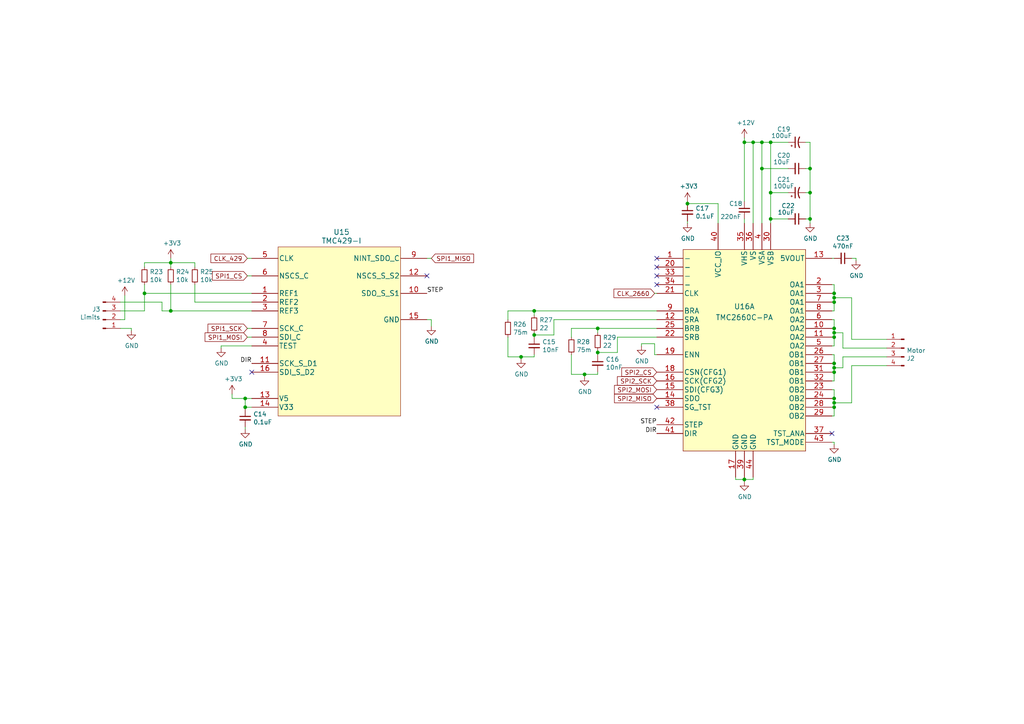
<source format=kicad_sch>
(kicad_sch (version 20211123) (generator eeschema)
  (paper "A4")
  (title_block (title "PoE Stepper Driver") (date "2022-02-22") (rev "1.0"))
  (lib_symbols
    (symbol "Connector:Conn_01x04_Male" (pin_names (offset 1.016) hide)
      (property "Reference" "J" (at 0 5.08 0))
      (property "Value" "Conn_01x04_Male" (at 0 -7.62 0))
      (symbol "Conn_01x04_Male_1_1"
        (polyline (pts (xy 1.27 -5.08) (xy 0.8636 -5.08)) (stroke (width 0.1524)))
        (polyline (pts (xy 1.27 -2.54) (xy 0.8636 -2.54)) (stroke (width 0.1524)))
        (polyline (pts (xy 1.27 0) (xy 0.8636 0)) (stroke (width 0.1524)))
        (polyline (pts (xy 1.27 2.54) (xy 0.8636 2.54)) (stroke (width 0.1524)))
        (rectangle (start 0.8636 -4.953) (end 0 -5.207) (stroke (width 0.1524)) (fill (type outline)))
        (rectangle (start 0.8636 -2.413) (end 0 -2.667) (stroke (width 0.1524)) (fill (type outline)))
        (rectangle (start 0.8636 0.127) (end 0 -0.127) (stroke (width 0.1524)) (fill (type outline)))
        (rectangle (start 0.8636 2.667) (end 0 2.413) (stroke (width 0.1524)) (fill (type outline)))
        (pin passive line (at 5.08 2.54 180) (length 3.81) (name "Pin_1") (number "1"))
        (pin passive line (at 5.08 0 180) (length 3.81) (name "Pin_2") (number "2"))
        (pin passive line (at 5.08 -2.54 180) (length 3.81) (name "Pin_3") (number "3"))
        (pin passive line (at 5.08 -5.08 180) (length 3.81) (name "Pin_4") (number "4"))
      )
    )
    (symbol "TMC2660_2:TMC2660C-PA" (pin_names (offset 0.254))
      (property "Reference" "U" (at 0 14.605 0))
      (property "Value" "TMC2660C-PA" (at 0 12.065 0))
      (symbol "TMC2660C-PA_1_1"
        (rectangle (start 7.62 6.985) (end 43.18 -51.435) (fill (type background)))
        (pin bidirectional line (at 0 4.445 0) (length 7.62) (name "-") (number "1"))
        (pin bidirectional line (at 50.8 -15.875 180) (length 7.62) (name "OA2") (number "10"))
        (pin bidirectional line (at 50.8 -18.415 180) (length 7.62) (name "OA2") (number "11"))
        (pin bidirectional line (at 0 -13.335 0) (length 7.62) (name "SRA") (number "12"))
        (pin output line (at 50.8 4.445 180) (length 7.62) (name "5VOUT") (number "13"))
        (pin bidirectional line (at 0 -36.195 0) (length 7.62) (name "SDO") (number "14"))
        (pin bidirectional line (at 0 -33.655 0) (length 7.62) (name "SDI(CFG3)") (number "15"))
        (pin bidirectional line (at 0 -31.115 0) (length 7.62) (name "SCK(CFG2)") (number "16"))
        (pin power_in line (at 22.86 -59.055 90) (length 7.62) (name "GND") (number "17"))
        (pin bidirectional line (at 0 -28.575 0) (length 7.62) (name "CSN(CFG1)") (number "18"))
        (pin bidirectional line (at 0 -23.495 0) (length 7.62) (name "ENN") (number "19"))
        (pin bidirectional line (at 50.8 -3.175 180) (length 7.62) (name "OA1") (number "2"))
        (pin bidirectional line (at 0 1.905 0) (length 7.62) (name "-") (number "20"))
        (pin bidirectional line (at 0 -5.715 0) (length 7.62) (name "CLK") (number "21"))
        (pin bidirectional line (at 0 -18.415 0) (length 7.62) (name "SRB") (number "22"))
        (pin bidirectional line (at 50.8 -33.655 180) (length 7.62) (name "OB2") (number "23"))
        (pin bidirectional line (at 50.8 -36.195 180) (length 7.62) (name "OB2") (number "24"))
        (pin bidirectional line (at 0 -15.875 0) (length 7.62) (name "BRB") (number "25"))
        (pin bidirectional line (at 50.8 -23.495 180) (length 7.62) (name "OB1") (number "26"))
        (pin bidirectional line (at 50.8 -26.035 180) (length 7.62) (name "OB1") (number "27"))
        (pin bidirectional line (at 50.8 -38.735 180) (length 7.62) (name "OB2") (number "28"))
        (pin bidirectional line (at 50.8 -41.275 180) (length 7.62) (name "OB2") (number "29"))
        (pin bidirectional line (at 50.8 -5.715 180) (length 7.62) (name "OA1") (number "3"))
        (pin power_in line (at 33.02 14.605 270) (length 7.62) (name "VSB") (number "30"))
        (pin bidirectional line (at 50.8 -28.575 180) (length 7.62) (name "OB1") (number "31"))
        (pin bidirectional line (at 50.8 -31.115 180) (length 7.62) (name "OB1") (number "32"))
        (pin bidirectional line (at 0 -0.635 0) (length 7.62) (name "-") (number "33"))
        (pin bidirectional line (at 0 -3.175 0) (length 7.62) (name "-") (number "34"))
        (pin power_in line (at 25.4 14.605 270) (length 7.62) (name "VHS") (number "35"))
        (pin power_in line (at 27.94 14.605 270) (length 7.62) (name "VS") (number "36"))
        (pin bidirectional line (at 50.8 -46.355 180) (length 7.62) (name "TST_ANA") (number "37"))
        (pin bidirectional line (at 0 -38.735 0) (length 7.62) (name "SG_TST") (number "38"))
        (pin power_in line (at 25.4 -59.055 90) (length 7.62) (name "GND") (number "39"))
        (pin power_in line (at 30.48 14.605 270) (length 7.62) (name "VSA") (number "4"))
        (pin power_in line (at 17.78 14.605 270) (length 7.62) (name "VCC_IO") (number "40"))
        (pin bidirectional line (at 0 -46.355 0) (length 7.62) (name "DIR") (number "41"))
        (pin bidirectional line (at 0 -43.815 0) (length 7.62) (name "STEP") (number "42"))
        (pin bidirectional line (at 50.8 -48.895 180) (length 7.62) (name "TST_MODE") (number "43"))
        (pin power_in line (at 27.94 -59.055 90) (length 7.62) (name "GND") (number "44"))
        (pin bidirectional line (at 50.8 -20.955 180) (length 7.62) (name "OA2") (number "5"))
        (pin bidirectional line (at 50.8 -13.335 180) (length 7.62) (name "OA2") (number "6"))
        (pin bidirectional line (at 50.8 -8.255 180) (length 7.62) (name "OA1") (number "7"))
        (pin bidirectional line (at 50.8 -10.795 180) (length 7.62) (name "OA1") (number "8"))
        (pin bidirectional line (at 0 -10.795 0) (length 7.62) (name "BRA") (number "9"))
      )
      (symbol "TMC2660C-PA_2_1"
        (polyline (pts (xy 7.62 -15.24) (xy 33.02 -15.24)) (stroke (width 0.127)))
        (polyline (pts (xy 7.62 5.08) (xy 7.62 -15.24)) (stroke (width 0.127)))
        (polyline (pts (xy 33.02 -15.24) (xy 33.02 5.08)) (stroke (width 0.127)))
        (polyline (pts (xy 33.02 5.08) (xy 7.62 5.08)) (stroke (width 0.127)))
        (pin power_in line (at 0 -5.08 0) (length 7.62) (name "GND") (number "17"))
        (pin power_in line (at 0 -7.62 0) (length 7.62) (name "GND") (number "39"))
        (pin power_in line (at 0 0 0) (length 7.62) (name "VCC_IO") (number "40"))
        (pin power_in line (at 0 -10.16 0) (length 7.62) (name "GND") (number "44"))
      )
    )
    (symbol "TMC429-I:TMC429-I" (pin_names (offset 0.254))
      (property "Reference" "U" (at 25.4 10.16 0))
      (property "Value" "TMC429-I" (at 25.4 7.62 0))
      (symbol "TMC429-I_1_1"
        (rectangle (start 7.62 3.302) (end 43.18 -45.72) (stroke (width 0.127)) (fill (type background)))
        (pin input line (at 0 -10.16 0) (length 7.62) (name "REF1") (number "1"))
        (pin output line (at 50.8 -10.16 180) (length 7.62) (name "SDO_S_S1") (number "10"))
        (pin output line (at 0 -30.48 0) (length 7.62) (name "SCK_S_D1") (number "11"))
        (pin output line (at 50.8 -5.08 180) (length 7.62) (name "NSCS_S_S2") (number "12"))
        (pin power_in line (at 0 -40.64 0) (length 7.62) (name "V5") (number "13"))
        (pin power_in line (at 0 -43.18 0) (length 7.62) (name "V33") (number "14"))
        (pin power_in line (at 50.8 -17.78 180) (length 7.62) (name "GND") (number "15"))
        (pin input line (at 0 -33.02 0) (length 7.62) (name "SDI_S_D2") (number "16"))
        (pin input line (at 0 -12.7 0) (length 7.62) (name "REF2") (number "2"))
        (pin input line (at 0 -15.24 0) (length 7.62) (name "REF3") (number "3"))
        (pin input line (at 0 -25.4 0) (length 7.62) (name "TEST") (number "4"))
        (pin input line (at 0 0 0) (length 7.62) (name "CLK") (number "5"))
        (pin input line (at 0 -5.08 0) (length 7.62) (name "NSCS_C") (number "6"))
        (pin input line (at 0 -20.32 0) (length 7.62) (name "SCK_C") (number "7"))
        (pin input line (at 0 -22.86 0) (length 7.62) (name "SDI_C") (number "8"))
        (pin output line (at 50.8 0 180) (length 7.62) (name "NINT_SDO_C") (number "9"))
      )
    )
    (symbol "device:CP1_Small" (pin_numbers hide) (pin_names (offset 0.254) hide)
      (property "Reference" "C" (at 0.254 1.778 0))
      (property "Value" "device_CP1_Small" (at 0.254 -2.032 0))
      (symbol "CP1_Small_0_1"
        (polyline (pts (xy -1.524 0.508) (xy 1.524 0.508)) (stroke (width 0.3048)))
        (polyline (pts (xy -1.27 1.524) (xy -0.762 1.524)))
        (polyline (pts (xy -1.016 1.27) (xy -1.016 1.778)))
        (arc (start 1.524 -0.762) (mid 0 -0.3734) (end -1.524 -0.762) (stroke (width 0.3048)))
      )
      (symbol "CP1_Small_1_1"
        (pin passive line (at 0 2.54 270) (length 2.032) (name "~") (number "1"))
        (pin passive line (at 0 -2.54 90) (length 2.032) (name "~") (number "2"))
      )
    )
    (symbol "device:C_Small" (pin_numbers hide) (pin_names (offset 0.254) hide)
      (property "Reference" "C" (at 0.254 1.778 0))
      (property "Value" "device_C_Small" (at 0.254 -2.032 0))
      (symbol "C_Small_0_1"
        (polyline (pts (xy -1.524 -0.508) (xy 1.524 -0.508)) (stroke (width 0.3302)))
        (polyline (pts (xy -1.524 0.508) (xy 1.524 0.508)) (stroke (width 0.3048)))
      )
      (symbol "C_Small_1_1"
        (pin passive line (at 0 2.54 270) (length 2.032) (name "~") (number "1"))
        (pin passive line (at 0 -2.54 90) (length 2.032) (name "~") (number "2"))
      )
    )
    (symbol "device:R_Small" (pin_numbers hide) (pin_names (offset 0.254) hide)
      (property "Reference" "R" (at 0.762 0.508 0))
      (property "Value" "device_R_Small" (at 0.762 -1.016 0))
      (symbol "R_Small_0_1"
        (rectangle (start -0.762 1.778) (end 0.762 -1.778) (stroke (width 0.2032)))
      )
      (symbol "R_Small_1_1"
        (pin passive line (at 0 2.54 270) (length 0.762) (name "~") (number "1"))
        (pin passive line (at 0 -2.54 90) (length 0.762) (name "~") (number "2"))
      )
    )
    (symbol "power:+12V" (power) (pin_names (offset 0))
      (property "Value" "+12V" (at 0 3.556 0))
      (symbol "+12V_0_1"
        (polyline (pts (xy -0.762 1.27) (xy 0 2.54)))
        (polyline (pts (xy 0 0) (xy 0 2.54)))
        (polyline (pts (xy 0 2.54) (xy 0.762 1.27)))
      )
      (symbol "+12V_1_1"
        (pin power_in line (at 0 0 90) (length 0) hide (name "+12V") (number "1"))
      )
    )
    (symbol "power:+3V3" (power) (pin_names (offset 0))
      (property "Value" "+3V3" (at 0 3.556 0))
      (symbol "+3V3_0_1"
        (polyline (pts (xy -0.762 1.27) (xy 0 2.54)))
        (polyline (pts (xy 0 0) (xy 0 2.54)))
        (polyline (pts (xy 0 2.54) (xy 0.762 1.27)))
      )
      (symbol "+3V3_1_1"
        (pin power_in line (at 0 0 90) (length 0) hide (name "+3V3") (number "1"))
      )
    )
    (symbol "power:GND" (power) (pin_names (offset 0))
      (property "Value" "GND" (at 0 -3.81 0))
      (symbol "GND_0_1"
        (polyline (pts (xy 0 0) (xy 0 -1.27) (xy 1.27 -1.27) (xy 0 -2.54) (xy -1.27 -1.27) (xy 0 -1.27)))
      )
      (symbol "GND_1_1"
        (pin power_in line (at 0 0 270) (length 0) hide (name "GND") (number "1"))
      )
    )
  )
  (junction (at 151.13 103.505))
  (junction (at 154.94 90.17))
  (junction (at 169.545 108.585))
  (junction (at 241.935 105.41))
  (junction (at 241.935 115.57))
  (junction (at 241.935 97.79))
  (junction (at 199.39 59.055))
  (junction (at 241.935 95.25))
  (junction (at 218.44 41.275))
  (junction (at 241.935 87.63))
  (junction (at 215.9 41.275))
  (junction (at 241.935 96.52))
  (junction (at 49.53 76.2))
  (junction (at 234.95 63.5))
  (junction (at 241.935 86.36))
  (junction (at 173.355 95.25))
  (junction (at 234.95 48.895))
  (junction (at 173.355 102.235))
  (junction (at 220.98 48.895))
  (junction (at 71.12 118.11))
  (junction (at 220.98 41.275))
  (junction (at 154.94 97.155))
  (junction (at 223.52 41.275))
  (junction (at 215.9 139.065))
  (junction (at 223.52 63.5))
  (junction (at 241.935 85.09))
  (junction (at 49.53 90.17))
  (junction (at 241.935 116.84))
  (junction (at 223.52 55.88))
  (junction (at 41.91 85.09))
  (junction (at 241.935 106.68))
  (junction (at 234.95 55.88))
  (junction (at 241.935 118.11))
  (junction (at 241.935 107.95))
  (junction (at 71.12 115.57))
  (no_connect (at 190.5 80.01))
  (no_connect (at 241.3 125.73))
  (no_connect (at 123.825 80.01))
  (no_connect (at 73.025 107.95))
  (no_connect (at 190.5 82.55))
  (no_connect (at 190.5 74.93))
  (no_connect (at 190.5 118.11))
  (no_connect (at 190.5 77.47))
  (wire (pts (xy 49.53 76.2) (xy 56.515 76.2)))
  (wire (pts (xy 208.28 64.77) (xy 208.28 59.055)))
  (wire (pts (xy 213.36 139.065) (xy 215.9 139.065)))
  (wire (pts (xy 34.925 95.25) (xy 38.1 95.25)))
  (wire (pts (xy 241.3 102.87) (xy 241.935 102.87)))
  (wire (pts (xy 165.735 97.79) (xy 165.735 95.25)))
  (wire (pts (xy 123.825 92.71) (xy 125.095 92.71)))
  (wire (pts (xy 241.935 96.52) (xy 244.475 96.52)))
  (wire (pts (xy 247.015 106.045) (xy 257.175 106.045)))
  (wire (pts (xy 154.94 97.155) (xy 154.94 97.79)))
  (wire (pts (xy 241.935 92.71) (xy 241.935 95.25)))
  (wire (pts (xy 71.755 74.93) (xy 73.025 74.93)))
  (wire (pts (xy 147.32 92.71) (xy 147.32 90.17)))
  (wire (pts (xy 234.95 55.88) (xy 234.95 63.5)))
  (wire (pts (xy 173.355 101.6) (xy 173.355 102.235)))
  (wire (pts (xy 154.94 97.155) (xy 160.655 97.155)))
  (wire (pts (xy 241.3 118.11) (xy 241.935 118.11)))
  (wire (pts (xy 241.3 107.95) (xy 241.935 107.95)))
  (wire (pts (xy 241.935 118.11) (xy 241.935 120.65)))
  (wire (pts (xy 215.9 63.5) (xy 215.9 64.77)))
  (wire (pts (xy 247.015 74.93) (xy 248.285 74.93)))
  (wire (pts (xy 247.015 116.84) (xy 247.015 106.045)))
  (wire (pts (xy 151.13 103.505) (xy 154.94 103.505)))
  (wire (pts (xy 233.68 48.895) (xy 234.95 48.895)))
  (wire (pts (xy 218.44 41.275) (xy 218.44 64.77)))
  (wire (pts (xy 71.755 80.01) (xy 73.025 80.01)))
  (wire (pts (xy 49.53 82.55) (xy 49.53 90.17)))
  (wire (pts (xy 241.935 116.84) (xy 241.935 118.11)))
  (wire (pts (xy 241.935 116.84) (xy 247.015 116.84)))
  (wire (pts (xy 241.3 105.41) (xy 241.935 105.41)))
  (wire (pts (xy 41.91 76.2) (xy 49.53 76.2)))
  (wire (pts (xy 233.68 41.275) (xy 234.95 41.275)))
  (wire (pts (xy 67.31 114.3) (xy 67.31 115.57)))
  (wire (pts (xy 71.755 97.79) (xy 73.025 97.79)))
  (wire (pts (xy 244.475 106.68) (xy 244.475 103.505)))
  (wire (pts (xy 241.3 128.27) (xy 241.935 128.27)))
  (wire (pts (xy 248.285 74.93) (xy 248.285 75.565)))
  (wire (pts (xy 218.44 41.275) (xy 220.98 41.275)))
  (wire (pts (xy 147.32 103.505) (xy 151.13 103.505)))
  (wire (pts (xy 241.935 113.03) (xy 241.935 115.57)))
  (wire (pts (xy 241.935 120.65) (xy 241.3 120.65)))
  (wire (pts (xy 71.12 123.825) (xy 71.12 124.46)))
  (wire (pts (xy 34.925 90.17) (xy 41.91 90.17)))
  (wire (pts (xy 73.025 100.33) (xy 64.135 100.33)))
  (wire (pts (xy 241.935 82.55) (xy 241.935 85.09)))
  (wire (pts (xy 165.735 102.87) (xy 165.735 108.585)))
  (wire (pts (xy 165.735 95.25) (xy 173.355 95.25)))
  (wire (pts (xy 173.355 95.25) (xy 173.355 96.52)))
  (wire (pts (xy 34.925 92.71) (xy 36.195 92.71)))
  (wire (pts (xy 241.935 110.49) (xy 241.3 110.49)))
  (wire (pts (xy 71.755 95.25) (xy 73.025 95.25)))
  (wire (pts (xy 199.39 58.42) (xy 199.39 59.055)))
  (wire (pts (xy 165.735 108.585) (xy 169.545 108.585)))
  (wire (pts (xy 213.36 138.43) (xy 213.36 139.065)))
  (wire (pts (xy 241.935 85.09) (xy 241.3 85.09)))
  (wire (pts (xy 241.935 106.68) (xy 244.475 106.68)))
  (wire (pts (xy 41.91 82.55) (xy 41.91 85.09)))
  (wire (pts (xy 241.3 92.71) (xy 241.935 92.71)))
  (wire (pts (xy 223.52 55.88) (xy 228.6 55.88)))
  (wire (pts (xy 154.94 96.52) (xy 154.94 97.155)))
  (wire (pts (xy 73.025 118.11) (xy 71.12 118.11)))
  (wire (pts (xy 189.865 85.09) (xy 190.5 85.09)))
  (wire (pts (xy 154.94 103.505) (xy 154.94 102.87)))
  (wire (pts (xy 38.1 95.25) (xy 38.1 95.885)))
  (wire (pts (xy 123.825 74.93) (xy 125.095 74.93)))
  (wire (pts (xy 36.195 92.71) (xy 36.195 85.725)))
  (wire (pts (xy 241.3 113.03) (xy 241.935 113.03)))
  (wire (pts (xy 223.52 63.5) (xy 223.52 64.77)))
  (wire (pts (xy 241.935 96.52) (xy 241.935 97.79)))
  (wire (pts (xy 241.3 82.55) (xy 241.935 82.55)))
  (wire (pts (xy 241.935 86.36) (xy 247.015 86.36)))
  (wire (pts (xy 34.925 87.63) (xy 46.99 87.63)))
  (wire (pts (xy 233.68 63.5) (xy 234.95 63.5)))
  (wire (pts (xy 241.3 90.17) (xy 241.935 90.17)))
  (wire (pts (xy 41.91 85.09) (xy 73.025 85.09)))
  (wire (pts (xy 71.12 118.11) (xy 71.12 118.745)))
  (wire (pts (xy 71.12 115.57) (xy 71.12 118.11)))
  (wire (pts (xy 49.53 77.47) (xy 49.53 76.2)))
  (wire (pts (xy 190.5 102.87) (xy 189.865 102.87)))
  (wire (pts (xy 46.99 87.63) (xy 46.99 90.17)))
  (wire (pts (xy 125.095 92.71) (xy 125.095 94.615)))
  (wire (pts (xy 56.515 87.63) (xy 73.025 87.63)))
  (wire (pts (xy 179.07 102.235) (xy 179.07 97.79)))
  (wire (pts (xy 49.53 90.17) (xy 73.025 90.17)))
  (wire (pts (xy 56.515 82.55) (xy 56.515 87.63)))
  (wire (pts (xy 223.52 55.88) (xy 223.52 41.275)))
  (wire (pts (xy 151.13 104.14) (xy 151.13 103.505)))
  (wire (pts (xy 241.935 95.25) (xy 241.935 96.52)))
  (wire (pts (xy 154.94 90.17) (xy 190.5 90.17)))
  (wire (pts (xy 241.3 95.25) (xy 241.935 95.25)))
  (wire (pts (xy 241.935 87.63) (xy 241.3 87.63)))
  (wire (pts (xy 215.9 139.065) (xy 215.9 139.7)))
  (wire (pts (xy 215.9 41.275) (xy 218.44 41.275)))
  (wire (pts (xy 169.545 109.22) (xy 169.545 108.585)))
  (wire (pts (xy 218.44 139.065) (xy 218.44 138.43)))
  (wire (pts (xy 241.935 102.87) (xy 241.935 105.41)))
  (wire (pts (xy 49.53 74.93) (xy 49.53 76.2)))
  (wire (pts (xy 173.355 95.25) (xy 190.5 95.25)))
  (wire (pts (xy 186.055 100.33) (xy 186.055 99.695)))
  (wire (pts (xy 215.9 139.065) (xy 218.44 139.065)))
  (wire (pts (xy 67.31 115.57) (xy 71.12 115.57)))
  (wire (pts (xy 247.015 98.425) (xy 257.175 98.425)))
  (wire (pts (xy 241.935 128.27) (xy 241.935 128.905)))
  (wire (pts (xy 241.935 87.63) (xy 241.935 86.36)))
  (wire (pts (xy 173.355 102.235) (xy 179.07 102.235)))
  (wire (pts (xy 220.98 48.895) (xy 220.98 64.77)))
  (wire (pts (xy 234.95 63.5) (xy 234.95 64.77)))
  (wire (pts (xy 173.355 108.585) (xy 173.355 107.95)))
  (wire (pts (xy 46.99 90.17) (xy 49.53 90.17)))
  (wire (pts (xy 220.98 41.275) (xy 223.52 41.275)))
  (wire (pts (xy 186.055 99.695) (xy 189.865 99.695)))
  (wire (pts (xy 241.3 115.57) (xy 241.935 115.57)))
  (wire (pts (xy 220.98 48.895) (xy 220.98 41.275)))
  (wire (pts (xy 241.935 115.57) (xy 241.935 116.84)))
  (wire (pts (xy 147.32 90.17) (xy 154.94 90.17)))
  (wire (pts (xy 56.515 76.2) (xy 56.515 77.47)))
  (wire (pts (xy 41.91 85.09) (xy 41.91 90.17)))
  (wire (pts (xy 173.355 102.235) (xy 173.355 102.87)))
  (wire (pts (xy 147.32 97.79) (xy 147.32 103.505)))
  (wire (pts (xy 215.9 40.005) (xy 215.9 41.275)))
  (wire (pts (xy 41.91 77.47) (xy 41.91 76.2)))
  (wire (pts (xy 241.3 97.79) (xy 241.935 97.79)))
  (wire (pts (xy 244.475 100.965) (xy 257.175 100.965)))
  (wire (pts (xy 179.07 97.79) (xy 190.5 97.79)))
  (wire (pts (xy 244.475 96.52) (xy 244.475 100.965)))
  (wire (pts (xy 234.95 48.895) (xy 234.95 55.88)))
  (wire (pts (xy 241.935 106.68) (xy 241.935 107.95)))
  (wire (pts (xy 241.935 107.95) (xy 241.935 110.49)))
  (wire (pts (xy 169.545 108.585) (xy 173.355 108.585)))
  (wire (pts (xy 223.52 63.5) (xy 228.6 63.5)))
  (wire (pts (xy 160.655 92.71) (xy 190.5 92.71)))
  (wire (pts (xy 241.3 74.93) (xy 241.935 74.93)))
  (wire (pts (xy 233.68 55.88) (xy 234.95 55.88)))
  (wire (pts (xy 241.935 97.79) (xy 241.935 100.33)))
  (wire (pts (xy 247.015 86.36) (xy 247.015 98.425)))
  (wire (pts (xy 64.135 100.33) (xy 64.135 100.965)))
  (wire (pts (xy 199.39 64.135) (xy 199.39 64.77)))
  (wire (pts (xy 189.865 102.87) (xy 189.865 99.695)))
  (wire (pts (xy 73.025 115.57) (xy 71.12 115.57)))
  (wire (pts (xy 215.9 139.065) (xy 215.9 138.43)))
  (wire (pts (xy 228.6 48.895) (xy 220.98 48.895)))
  (wire (pts (xy 244.475 103.505) (xy 257.175 103.505)))
  (wire (pts (xy 241.935 90.17) (xy 241.935 87.63)))
  (wire (pts (xy 241.935 105.41) (xy 241.935 106.68)))
  (wire (pts (xy 215.9 41.275) (xy 215.9 58.42)))
  (wire (pts (xy 241.935 86.36) (xy 241.935 85.09)))
  (wire (pts (xy 160.655 97.155) (xy 160.655 92.71)))
  (wire (pts (xy 234.95 41.275) (xy 234.95 48.895)))
  (wire (pts (xy 154.94 90.17) (xy 154.94 91.44)))
  (wire (pts (xy 241.935 100.33) (xy 241.3 100.33)))
  (wire (pts (xy 208.28 59.055) (xy 199.39 59.055)))
  (wire (pts (xy 223.52 41.275) (xy 228.6 41.275)))
  (wire (pts (xy 223.52 63.5) (xy 223.52 55.88)))
  (label "DIR" (at 190.5 125.73 180))
  (label "DIR" (at 73.025 105.41 180))
  (label "STEP" (at 190.5 123.19 180))
  (label "STEP" (at 123.825 85.09 0))
  (global_label "SPI2_MOSI" (shape input) (at 190.5 113.03 180) (property "Intersheet References" "${INTERSHEET_REFS}" (effects hide)))
  (global_label "SPI2_CS" (shape input) (at 190.5 107.95 180) (property "Intersheet References" "${INTERSHEET_REFS}" (effects hide)))
  (global_label "SPI1_SCK" (shape input) (at 71.755 95.25 180) (property "Intersheet References" "${INTERSHEET_REFS}" (effects hide)))
  (global_label "CLK_2660" (shape input) (at 189.865 85.09 180) (property "Intersheet References" "${INTERSHEET_REFS}" (effects hide)))
  (global_label "SPI1_CS" (shape input) (at 71.755 80.01 180) (property "Intersheet References" "${INTERSHEET_REFS}" (effects hide)))
  (global_label "CLK_429" (shape input) (at 71.755 74.93 180) (property "Intersheet References" "${INTERSHEET_REFS}" (effects hide)))
  (global_label "SPI2_SCK" (shape input) (at 190.5 110.49 180) (property "Intersheet References" "${INTERSHEET_REFS}" (effects hide)))
  (global_label "SPI1_MISO" (shape input) (at 125.095 74.93 0) (property "Intersheet References" "${INTERSHEET_REFS}" (effects hide)))
  (global_label "SPI2_MISO" (shape input) (at 190.5 115.57 180) (property "Intersheet References" "${INTERSHEET_REFS}" (effects hide)))
  (global_label "SPI1_MOSI" (shape input) (at 71.755 97.79 180) (property "Intersheet References" "${INTERSHEET_REFS}" (effects hide)))
  (symbol (lib_id "device:C_Small") (at 199.39 61.595 0)
    (property "Reference" "C17" (at 201.7268 60.4266 0) (effects (justify left)))
    (property "Value" "0.1uF" (at 201.7268 62.738 0) (effects (justify left)))
    (property "Footprint" "Capacitor_SMD:C_0805_2012Metric_Pad1.15x1.40mm_HandSolder" (effects hide))
  )
  (symbol (lib_id "power:+3V3") (at 199.39 58.42 0)
    (property "Reference" "#PWR031" (effects hide))
    (property "Value" "+3V3" (at 199.771 54.0258 0))
  )
  (symbol (lib_id "power:+3V3") (at 67.31 114.3 0)
    (property "Reference" "#PWR025" (effects hide))
    (property "Value" "+3V3" (at 67.691 109.9058 0))
  )
  (symbol (lib_id "power:GND") (at 64.135 100.965 0) (unit 1)
    (property "Reference" "#PWR024" (effects hide))
    (property "Value" "GND" (at 64.262 105.3592 0))
  )
  (symbol (lib_id "device:C_Small") (at 71.12 121.285 0) (mirror y) (unit 1)
    (property "Reference" "C14" (at 73.4568 120.1166 0) (effects (justify right)))
    (property "Value" "0.1uF" (at 73.4568 122.428 0) (effects (justify right)))
    (property "Footprint" "Capacitor_SMD:C_0805_2012Metric_Pad1.15x1.40mm_HandSolder" (effects hide))
  )
  (symbol (lib_id "power:GND") (at 71.12 124.46 0) (unit 1)
    (property "Reference" "#PWR026" (effects hide))
    (property "Value" "GND" (at 71.247 128.8542 0))
  )
  (symbol (lib_id "power:GND") (at 38.1 95.885 0) (unit 1)
    (property "Reference" "#PWR022" (effects hide))
    (property "Value" "GND" (at 38.227 100.2792 0))
  )
  (symbol (lib_id "device:R_Small") (at 41.91 80.01 0) (unit 1)
    (property "Reference" "R23" (at 43.4086 78.8416 0) (effects (justify left)))
    (property "Value" "10k" (at 43.4086 81.153 0) (effects (justify left)))
    (property "Footprint" "Resistor_SMD:R_0805_2012Metric_Pad1.15x1.40mm_HandSolder" (effects hide))
  )
  (symbol (lib_id "device:R_Small") (at 49.53 80.01 0) (unit 1)
    (property "Reference" "R24" (at 51.0286 78.8416 0) (effects (justify left)))
    (property "Value" "10k" (at 51.0286 81.153 0) (effects (justify left)))
    (property "Footprint" "Resistor_SMD:R_0805_2012Metric_Pad1.15x1.40mm_HandSolder" (effects hide))
  )
  (symbol (lib_id "device:R_Small") (at 56.515 80.01 0) (unit 1)
    (property "Reference" "R25" (at 58.0136 78.8416 0) (effects (justify left)))
    (property "Value" "10k" (at 58.0136 81.153 0) (effects (justify left)))
    (property "Footprint" "Resistor_SMD:R_0805_2012Metric_Pad1.15x1.40mm_HandSolder" (effects hide))
  )
  (symbol (lib_id "power:+3V3") (at 49.53 74.93 0)
    (property "Reference" "#PWR023" (effects hide))
    (property "Value" "+3V3" (at 49.911 70.5358 0))
  )
  (symbol (lib_id "TMC2660_2:TMC2660C-PA") (at 190.5 79.375 0) (unit 1)
    (property "Reference" "U16" (at 215.9 88.9 0) (effects (font (size 1.524 1.524))))
    (property "Value" "TMC2660C-PA" (at 215.9 92.075 0) (effects (font (size 1.524 1.524))))
    (property "Footprint" "Package_QFP:PQFP-44_10x10mm_P0.8mm" (effects hide))
  )
  (symbol (lib_id "power:+12V") (at 215.9 40.005 0) (unit 1)
    (property "Reference" "#PWR033" (effects hide))
    (property "Value" "+12V" (at 216.281 35.6108 0))
  )
  (symbol (lib_id "power:GND") (at 199.39 64.77 0) (unit 1)
    (property "Reference" "#PWR032" (effects hide))
    (property "Value" "GND" (at 199.517 69.1642 0))
  )
  (symbol (lib_id "power:GND") (at 234.95 64.77 0) (unit 1)
    (property "Reference" "#PWR035" (effects hide))
    (property "Value" "GND" (at 235.077 69.1642 0))
  )
  (symbol (lib_id "power:GND") (at 241.935 128.905 0) (unit 1)
    (property "Reference" "#PWR036" (effects hide))
    (property "Value" "GND" (at 242.062 133.2992 0))
  )
  (symbol (lib_id "device:R_Small") (at 154.94 93.98 0) (unit 1)
    (property "Reference" "R27" (at 156.4386 92.8116 0) (effects (justify left)))
    (property "Value" "22" (at 156.4386 95.123 0) (effects (justify left)))
    (property "Footprint" "Resistor_SMD:R_0805_2012Metric_Pad1.15x1.40mm_HandSolder" (effects hide))
  )
  (symbol (lib_id "device:C_Small") (at 154.94 100.33 0) (unit 1)
    (property "Reference" "C15" (at 157.2768 99.1616 0) (effects (justify left)))
    (property "Value" "10nF" (at 157.2768 101.473 0) (effects (justify left)))
    (property "Footprint" "Capacitor_SMD:C_0805_2012Metric_Pad1.15x1.40mm_HandSolder" (effects hide))
  )
  (symbol (lib_id "device:R_Small") (at 147.32 95.25 0) (unit 1)
    (property "Reference" "R26" (at 148.8186 94.0816 0) (effects (justify left)))
    (property "Value" "75m" (at 148.8186 96.393 0) (effects (justify left)))
    (property "Footprint" "Resistor_SMD:R_2010_5025Metric_Pad1.52x2.65mm_HandSolder" (effects hide))
  )
  (symbol (lib_id "power:GND") (at 151.13 104.14 0) (unit 1)
    (property "Reference" "#PWR028" (effects hide))
    (property "Value" "GND" (at 151.257 108.5342 0))
  )
  (symbol (lib_id "device:R_Small") (at 173.355 99.06 0) (unit 1)
    (property "Reference" "R29" (at 174.8536 97.8916 0) (effects (justify left)))
    (property "Value" "22" (at 174.8536 100.203 0) (effects (justify left)))
    (property "Footprint" "Resistor_SMD:R_0805_2012Metric_Pad1.15x1.40mm_HandSolder" (effects hide))
  )
  (symbol (lib_id "device:C_Small") (at 173.355 105.41 0) (unit 1)
    (property "Reference" "C16" (at 175.6918 104.2416 0) (effects (justify left)))
    (property "Value" "10nF" (at 175.6918 106.553 0) (effects (justify left)))
    (property "Footprint" "Capacitor_SMD:C_0805_2012Metric_Pad1.15x1.40mm_HandSolder" (effects hide))
  )
  (symbol (lib_id "device:R_Small") (at 165.735 100.33 0) (unit 1)
    (property "Reference" "R28" (at 167.2336 99.1616 0) (effects (justify left)))
    (property "Value" "75m" (at 167.2336 101.473 0) (effects (justify left)))
    (property "Footprint" "Resistor_SMD:R_2010_5025Metric_Pad1.52x2.65mm_HandSolder" (effects hide))
  )
  (symbol (lib_id "power:GND") (at 169.545 109.22 0) (unit 1)
    (property "Reference" "#PWR029" (effects hide))
    (property "Value" "GND" (at 169.672 113.6142 0))
  )
  (symbol (lib_id "power:GND") (at 248.285 75.565 0) (unit 1)
    (property "Reference" "#PWR037" (effects hide))
    (property "Value" "GND" (at 248.412 79.9592 0))
  )
  (symbol (lib_id "device:C_Small") (at 244.475 74.93 270) (unit 1)
    (property "Reference" "C23" (at 244.475 69.1134 90))
    (property "Value" "470nF" (at 244.475 71.4248 90))
    (property "Footprint" "Capacitor_SMD:C_0805_2012Metric_Pad1.15x1.40mm_HandSolder" (effects hide))
  )
  (symbol (lib_id "power:GND") (at 186.055 100.33 0) (unit 1)
    (property "Reference" "#PWR030" (effects hide))
    (property "Value" "GND" (at 186.182 104.7242 0))
  )
  (symbol (lib_id "Connector:Conn_01x04_Male") (at 29.845 92.71 0) (mirror x)
    (property "Reference" "J3" (at 29.1338 89.7128 0) (effects (justify right)))
    (property "Value" "Limits" (at 29.1338 92.0242 0) (effects (justify right)))
    (property "Footprint" "Connector_JST:JST_PH_B4B-PH-K_1x04_P2.00mm_Vertical" (effects hide))
  )
  (symbol (lib_id "device:C_Small") (at 215.9 60.96 0) (unit 1)
    (property "Reference" "C18" (at 211.455 59.055 0) (effects (justify left)))
    (property "Value" "220nF" (at 208.915 62.865 0) (effects (justify left)))
    (property "Footprint" "Capacitor_SMD:C_0805_2012Metric_Pad1.15x1.40mm_HandSolder" (effects hide))
  )
  (symbol (lib_id "device:C_Small") (at 231.14 48.895 270) (unit 1)
    (property "Reference" "C20" (at 227.33 45.085 90))
    (property "Value" "10uF" (at 226.695 46.99 90))
    (property "Footprint" "Capacitor_SMD:C_1206_3216Metric_Pad1.42x1.75mm_HandSolder" (effects hide))
  )
  (symbol (lib_id "device:C_Small") (at 231.14 63.5 270) (unit 1)
    (property "Reference" "C22" (at 228.6 59.69 90))
    (property "Value" "10uF" (at 227.965 61.595 90))
    (property "Footprint" "Capacitor_SMD:C_1206_3216Metric_Pad1.42x1.75mm_HandSolder" (effects hide))
  )
  (symbol (lib_id "power:+12V") (at 36.195 85.725 0) (unit 1)
    (property "Reference" "#PWR053" (effects hide))
    (property "Value" "+12V" (at 36.576 81.3308 0))
  )
  (symbol (lib_id "device:CP1_Small") (at 231.14 55.88 90) (unit 1)
    (property "Reference" "C21" (at 227.33 52.07 90))
    (property "Value" "100uF" (at 227.33 53.975 90))
    (property "Footprint" "Capacitor_THT:CP_Radial_D8.0mm_P3.50mm" (effects hide))
  )
  (symbol (lib_id "device:CP1_Small") (at 231.14 41.275 90) (unit 1)
    (property "Reference" "C19" (at 227.33 37.465 90))
    (property "Value" "100uF" (at 226.695 39.37 90))
    (property "Footprint" "Capacitor_THT:CP_Radial_D8.0mm_P3.50mm" (effects hide))
  )
  (symbol (lib_id "Connector:Conn_01x04_Male") (at 262.255 100.965 0) (mirror y)
    (property "Reference" "J2" (at 262.9662 103.9622 0) (effects (justify right)))
    (property "Value" "Motor" (at 262.9662 101.6508 0) (effects (justify right)))
    (property "Footprint" "Connector_JST:JST_PH_B4B-PH-K_1x04_P2.00mm_Vertical" (effects hide))
  )
  (symbol (lib_id "TMC429-I:TMC429-I") (at 73.025 74.93 0) (unit 1)
    (property "Reference" "U15" (at 99.06 67.31 0) (effects (font (size 1.524 1.524))))
    (property "Value" "TMC429-I" (at 99.06 69.85 0) (effects (font (size 1.524 1.524))))
    (property "Footprint" "Package_SO:SSOP-16_3.9x4.9mm_P0.635mm" (effects hide))
  )
  (symbol (lib_id "power:GND") (at 125.095 94.615 0) (unit 1)
    (property "Reference" "#PWR027" (effects hide))
    (property "Value" "GND" (at 125.222 99.0092 0))
  )
  (symbol (lib_id "power:GND") (at 215.9 139.7 0) (unit 1)
    (property "Reference" "#PWR034" (effects hide))
    (property "Value" "GND" (at 216.027 144.0942 0))
  )
)
</source>
